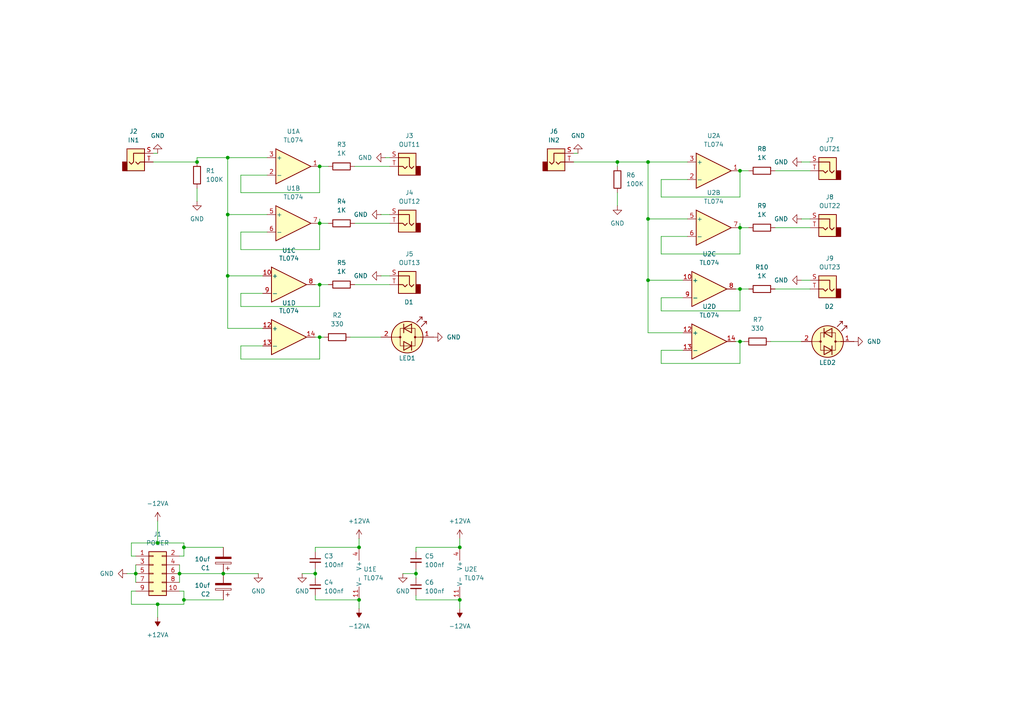
<source format=kicad_sch>
(kicad_sch (version 20231120) (generator "eeschema") (generator_version "8.0")
  (paper "A4")
  (lib_symbols
    (symbol "Amplifier_Operational:TL074" (pin_names (offset 0.127))
      (property "Reference" "U" (at 0 5.08 0))
      (property "Value" "TL074" (at 0 -5.08 0))
      (symbol "TL074_1_1"
        (polyline (pts (xy -5.08 5.08) (xy 5.08 0) (xy -5.08 -5.08) (xy -5.08 5.08)) (stroke (width 0.254)) (fill (type background)))
        (pin output line (at 7.62 0 180) (length 2.54) (name "~") (number "1"))
        (pin input line (at -7.62 -2.54 0) (length 2.54) (name "-") (number "2"))
        (pin input line (at -7.62 2.54 0) (length 2.54) (name "+") (number "3"))
      )
      (symbol "TL074_2_1"
        (polyline (pts (xy -5.08 5.08) (xy 5.08 0) (xy -5.08 -5.08) (xy -5.08 5.08)) (stroke (width 0.254)) (fill (type background)))
        (pin input line (at -7.62 2.54 0) (length 2.54) (name "+") (number "5"))
        (pin input line (at -7.62 -2.54 0) (length 2.54) (name "-") (number "6"))
        (pin output line (at 7.62 0 180) (length 2.54) (name "~") (number "7"))
      )
      (symbol "TL074_3_1"
        (polyline (pts (xy -5.08 5.08) (xy 5.08 0) (xy -5.08 -5.08) (xy -5.08 5.08)) (stroke (width 0.254)) (fill (type background)))
        (pin input line (at -7.62 2.54 0) (length 2.54) (name "+") (number "10"))
        (pin output line (at 7.62 0 180) (length 2.54) (name "~") (number "8"))
        (pin input line (at -7.62 -2.54 0) (length 2.54) (name "-") (number "9"))
      )
      (symbol "TL074_4_1"
        (polyline (pts (xy -5.08 5.08) (xy 5.08 0) (xy -5.08 -5.08) (xy -5.08 5.08)) (stroke (width 0.254)) (fill (type background)))
        (pin input line (at -7.62 2.54 0) (length 2.54) (name "+") (number "12"))
        (pin input line (at -7.62 -2.54 0) (length 2.54) (name "-") (number "13"))
        (pin output line (at 7.62 0 180) (length 2.54) (name "~") (number "14"))
      )
      (symbol "TL074_5_1"
        (pin power_in line (at -2.54 -7.62 90) (length 3.81) (name "V-") (number "11"))
        (pin power_in line (at -2.54 7.62 270) (length 3.81) (name "V+") (number "4"))
      )
    )
    (symbol "Connector_Audio:AudioJack2"
      (property "Reference" "J" (at 0 8.89 0))
      (property "Value" "AudioJack2" (at 0 6.35 0))
      (symbol "AudioJack2_0_1"
        (rectangle (start -3.81 0) (end -2.54 -2.54) (stroke (width 0.254)) (fill (type outline)))
        (rectangle (start -2.54 3.81) (end 2.54 -2.54) (stroke (width 0.254)) (fill (type background)))
        (polyline (pts (xy 0 0) (xy 0.635 -0.635) (xy 1.27 0) (xy 2.54 0)) (stroke (width 0.254)))
        (polyline (pts (xy 2.54 2.54) (xy -0.635 2.54) (xy -0.635 0) (xy -1.27 -0.635) (xy -1.905 0)) (stroke (width 0.254)))
      )
      (symbol "AudioJack2_1_1"
        (pin passive line (at 5.08 2.54 180) (length 2.54) (name "~") (number "S"))
        (pin passive line (at 5.08 0 180) (length 2.54) (name "~") (number "T"))
      )
    )
    (symbol "Connector_Generic:Conn_02x05_Odd_Even" (pin_names (offset 1.016) hide)
      (property "Reference" "J" (at 1.27 7.62 0))
      (property "Value" "Conn_02x05_Odd_Even" (at 1.27 -7.62 0))
      (symbol "Conn_02x05_Odd_Even_1_1"
        (rectangle (start -1.27 -4.953) (end 0 -5.207) (stroke (width 0.1524)))
        (rectangle (start -1.27 -2.413) (end 0 -2.667) (stroke (width 0.1524)))
        (rectangle (start -1.27 0.127) (end 0 -0.127) (stroke (width 0.1524)))
        (rectangle (start -1.27 2.667) (end 0 2.413) (stroke (width 0.1524)))
        (rectangle (start -1.27 5.207) (end 0 4.953) (stroke (width 0.1524)))
        (rectangle (start -1.27 6.35) (end 3.81 -6.35) (stroke (width 0.254)) (fill (type background)))
        (rectangle (start 3.81 -4.953) (end 2.54 -5.207) (stroke (width 0.1524)))
        (rectangle (start 3.81 -2.413) (end 2.54 -2.667) (stroke (width 0.1524)))
        (rectangle (start 3.81 0.127) (end 2.54 -0.127) (stroke (width 0.1524)))
        (rectangle (start 3.81 2.667) (end 2.54 2.413) (stroke (width 0.1524)))
        (rectangle (start 3.81 5.207) (end 2.54 4.953) (stroke (width 0.1524)))
        (pin passive line (at -5.08 5.08 0) (length 3.81) (name "Pin_1") (number "1"))
        (pin passive line (at 7.62 -5.08 180) (length 3.81) (name "Pin_10") (number "10"))
        (pin passive line (at 7.62 5.08 180) (length 3.81) (name "Pin_2") (number "2"))
        (pin passive line (at -5.08 2.54 0) (length 3.81) (name "Pin_3") (number "3"))
        (pin passive line (at 7.62 2.54 180) (length 3.81) (name "Pin_4") (number "4"))
        (pin passive line (at -5.08 0 0) (length 3.81) (name "Pin_5") (number "5"))
        (pin passive line (at 7.62 0 180) (length 3.81) (name "Pin_6") (number "6"))
        (pin passive line (at -5.08 -2.54 0) (length 3.81) (name "Pin_7") (number "7"))
        (pin passive line (at 7.62 -2.54 180) (length 3.81) (name "Pin_8") (number "8"))
        (pin passive line (at -5.08 -5.08 0) (length 3.81) (name "Pin_9") (number "9"))
      )
    )
    (symbol "Device:C_Polarized" (pin_numbers hide) (pin_names (offset 0.254))
      (property "Reference" "C" (at 0.635 2.54 0))
      (property "Value" "C_Polarized" (at 0.635 -2.54 0))
      (symbol "C_Polarized_0_1"
        (rectangle (start -2.286 0.508) (end 2.286 1.016))
        (polyline (pts (xy -1.778 2.286) (xy -0.762 2.286)))
        (polyline (pts (xy -1.27 2.794) (xy -1.27 1.778)))
        (rectangle (start 2.286 -0.508) (end -2.286 -1.016) (fill (type outline)))
      )
      (symbol "C_Polarized_1_1"
        (pin passive line (at 0 3.81 270) (length 2.794) (name "~") (number "1"))
        (pin passive line (at 0 -3.81 90) (length 2.794) (name "~") (number "2"))
      )
    )
    (symbol "Device:C_Small" (pin_numbers hide) (pin_names (offset 0.254) hide)
      (property "Reference" "C" (at 0.254 1.778 0))
      (property "Value" "C_Small" (at 0.254 -2.032 0))
      (symbol "C_Small_0_1"
        (polyline (pts (xy -1.524 -0.508) (xy 1.524 -0.508)) (stroke (width 0.3302)))
        (polyline (pts (xy -1.524 0.508) (xy 1.524 0.508)) (stroke (width 0.3048)))
      )
      (symbol "C_Small_1_1"
        (pin passive line (at 0 2.54 270) (length 2.032) (name "~") (number "1"))
        (pin passive line (at 0 -2.54 90) (length 2.032) (name "~") (number "2"))
      )
    )
    (symbol "Device:LED_Dual_Bidirectional" (pin_names (offset 0) hide)
      (property "Reference" "D" (at 0 5.715 0))
      (property "Value" "LED_Dual_Bidirectional" (at 0 -6.35 0))
      (symbol "LED_Dual_Bidirectional_0_1"
        (circle (center -2.032 0) (radius 0.254) (fill (type outline)))
        (polyline (pts (xy -4.572 0) (xy -2.54 0)))
        (polyline (pts (xy -2.032 0) (xy -2.54 0)))
        (polyline (pts (xy -1.016 3.81) (xy -1.016 1.27)) (stroke (width 0.254)))
        (polyline (pts (xy 1.27 -1.27) (xy 1.27 -3.81)) (stroke (width 0.254)))
        (polyline (pts (xy 4.064 0) (xy 2.286 0)) (fill (type outline)))
        (polyline (pts (xy 4.318 5.842) (xy 4.318 5.08)) (stroke (width 0.2032)))
        (polyline (pts (xy 5.588 4.572) (xy 5.588 3.81)) (stroke (width 0.2032)))
        (polyline (pts (xy 2.794 4.318) (xy 4.318 5.842) (xy 3.556 5.842)) (stroke (width 0.2032)))
        (polyline (pts (xy 4.064 3.048) (xy 5.588 4.572) (xy 4.826 4.572)) (stroke (width 0.2032)))
        (polyline (pts (xy -1.016 -1.27) (xy -1.016 -3.81) (xy 1.27 -2.54) (xy -1.016 -1.27)) (stroke (width 0.254)))
        (polyline (pts (xy 1.27 3.81) (xy 1.27 1.27) (xy -1.016 2.54) (xy 1.27 3.81)) (stroke (width 0.254)))
        (polyline (pts (xy 2.286 2.54) (xy -2.032 2.54) (xy -2.032 -2.54) (xy 2.286 -2.54) (xy 2.286 2.54)))
        (circle (center 0 0) (radius 4.572) (stroke (width 0.254)) (fill (type background)))
        (circle (center 2.286 0) (radius 0.254) (fill (type outline)))
      )
      (symbol "LED_Dual_Bidirectional_1_1"
        (pin input line (at 7.62 0 180) (length 3.81) (name "KA") (number "1"))
        (pin input line (at -7.62 0 0) (length 3.048) (name "AK") (number "2"))
      )
    )
    (symbol "Device:R" (pin_numbers hide) (pin_names (offset 0))
      (property "Reference" "R" (at 2.032 0 90))
      (property "Value" "R" (at 0 0 90))
      (symbol "R_0_1"
        (rectangle (start -1.016 -2.54) (end 1.016 2.54) (stroke (width 0.254)))
      )
      (symbol "R_1_1"
        (pin passive line (at 0 3.81 270) (length 1.27) (name "~") (number "1"))
        (pin passive line (at 0 -3.81 90) (length 1.27) (name "~") (number "2"))
      )
    )
    (symbol "power:+12VA" (power) (pin_numbers hide) (pin_names (offset 0) hide)
      (property "Value" "+12VA" (at 0 3.556 0))
      (symbol "+12VA_0_1"
        (polyline (pts (xy -0.762 1.27) (xy 0 2.54)))
        (polyline (pts (xy 0 0) (xy 0 2.54)))
        (polyline (pts (xy 0 2.54) (xy 0.762 1.27)))
      )
      (symbol "+12VA_1_1"
        (pin power_in line (at 0 0 90) (length 0) (name "~") (number "1"))
      )
    )
    (symbol "power:-12VA" (power) (pin_numbers hide) (pin_names (offset 0) hide)
      (property "Value" "-12VA" (at 0 3.556 0))
      (symbol "-12VA_0_0"
        (pin power_in line (at 0 0 90) (length 0) (name "~") (number "1"))
      )
      (symbol "-12VA_0_1"
        (polyline (pts (xy 0 0) (xy 0 1.27) (xy 0.762 1.27) (xy 0 2.54) (xy -0.762 1.27) (xy 0 1.27)) (fill (type outline)))
      )
    )
    (symbol "power:GND" (power) (pin_numbers hide) (pin_names (offset 0) hide)
      (property "Value" "GND" (at 0 -3.81 0))
      (symbol "GND_0_1"
        (polyline (pts (xy 0 0) (xy 0 -1.27) (xy 1.27 -1.27) (xy 0 -2.54) (xy -1.27 -1.27) (xy 0 -1.27)))
      )
      (symbol "GND_1_1"
        (pin power_in line (at 0 0 270) (length 0) (name "~") (number "1"))
      )
    )
  )
  (junction (at 104.14 158.75))
  (junction (at 64.77 166.37))
  (junction (at 214.63 49.53))
  (junction (at 214.63 83.82))
  (junction (at 92.71 97.79))
  (junction (at 57.15 46.99))
  (junction (at 45.72 175.26))
  (junction (at 91.44 166.37))
  (junction (at 187.96 81.28))
  (junction (at 53.34 173.99))
  (junction (at 133.35 158.75))
  (junction (at 66.04 80.01))
  (junction (at 39.37 166.37))
  (junction (at 133.35 173.99))
  (junction (at 52.07 166.37))
  (junction (at 214.63 99.06))
  (junction (at 187.96 46.99))
  (junction (at 187.96 63.5))
  (junction (at 92.71 64.77))
  (junction (at 66.04 45.72))
  (junction (at 179.07 46.99))
  (junction (at 214.63 66.04))
  (junction (at 120.65 166.37))
  (junction (at 45.72 157.48))
  (junction (at 66.04 62.23))
  (junction (at 53.34 158.75))
  (junction (at 104.14 173.99))
  (junction (at 92.71 48.26))
  (junction (at 92.71 82.55))
  (wire (pts (xy 69.85 55.88) (xy 69.85 50.8)))
  (wire (pts (xy 69.85 72.39) (xy 69.85 67.31)))
  (wire (pts (xy 53.34 173.99) (xy 64.77 173.99)))
  (wire (pts (xy 214.63 66.04) (xy 217.17 66.04)))
  (wire (pts (xy 120.65 165.1) (xy 120.65 166.37)))
  (wire (pts (xy 91.44 82.55) (xy 92.71 82.55)))
  (wire (pts (xy 232.41 46.99) (xy 234.95 46.99)))
  (wire (pts (xy 53.34 157.48) (xy 53.34 158.75)))
  (wire (pts (xy 187.96 96.52) (xy 198.12 96.52)))
  (wire (pts (xy 53.34 158.75) (xy 64.77 158.75)))
  (wire (pts (xy 214.63 90.17) (xy 191.77 90.17)))
  (wire (pts (xy 39.37 166.37) (xy 39.37 168.91)))
  (wire (pts (xy 214.63 49.53) (xy 214.63 57.15)))
  (wire (pts (xy 213.36 99.06) (xy 214.63 99.06)))
  (wire (pts (xy 91.44 165.1) (xy 91.44 166.37)))
  (wire (pts (xy 191.77 57.15) (xy 191.77 52.07)))
  (wire (pts (xy 66.04 95.25) (xy 76.2 95.25)))
  (wire (pts (xy 110.49 62.23) (xy 113.03 62.23)))
  (wire (pts (xy 36.83 166.37) (xy 39.37 166.37)))
  (wire (pts (xy 92.71 72.39) (xy 69.85 72.39)))
  (wire (pts (xy 102.87 48.26) (xy 113.03 48.26)))
  (wire (pts (xy 38.1 157.48) (xy 45.72 157.48)))
  (wire (pts (xy 52.07 163.83) (xy 52.07 166.37)))
  (wire (pts (xy 87.63 166.37) (xy 91.44 166.37)))
  (wire (pts (xy 53.34 173.99) (xy 53.34 171.45)))
  (wire (pts (xy 187.96 81.28) (xy 187.96 96.52)))
  (wire (pts (xy 214.63 57.15) (xy 191.77 57.15)))
  (wire (pts (xy 214.63 99.06) (xy 214.63 105.41)))
  (wire (pts (xy 213.36 83.82) (xy 214.63 83.82)))
  (wire (pts (xy 104.14 158.75) (xy 91.44 158.75)))
  (wire (pts (xy 191.77 105.41) (xy 191.77 101.6)))
  (wire (pts (xy 69.85 104.14) (xy 69.85 100.33)))
  (wire (pts (xy 57.15 45.72) (xy 57.15 46.99)))
  (wire (pts (xy 191.77 101.6) (xy 198.12 101.6)))
  (wire (pts (xy 232.41 81.28) (xy 234.95 81.28)))
  (wire (pts (xy 38.1 171.45) (xy 38.1 175.26)))
  (wire (pts (xy 69.85 85.09) (xy 76.2 85.09)))
  (wire (pts (xy 166.37 46.99) (xy 179.07 46.99)))
  (wire (pts (xy 57.15 45.72) (xy 66.04 45.72)))
  (wire (pts (xy 57.15 54.61) (xy 57.15 58.42)))
  (wire (pts (xy 120.65 166.37) (xy 120.65 167.64)))
  (wire (pts (xy 104.14 173.99) (xy 104.14 176.53)))
  (wire (pts (xy 91.44 172.72) (xy 91.44 173.99)))
  (wire (pts (xy 52.07 166.37) (xy 64.77 166.37)))
  (wire (pts (xy 92.71 64.77) (xy 92.71 72.39)))
  (wire (pts (xy 52.07 166.37) (xy 52.07 168.91)))
  (wire (pts (xy 187.96 81.28) (xy 198.12 81.28)))
  (wire (pts (xy 110.49 80.01) (xy 113.03 80.01)))
  (wire (pts (xy 93.98 97.79) (xy 92.71 97.79)))
  (wire (pts (xy 92.71 82.55) (xy 92.71 88.9)))
  (wire (pts (xy 116.84 166.37) (xy 120.65 166.37)))
  (wire (pts (xy 66.04 45.72) (xy 66.04 62.23)))
  (wire (pts (xy 214.63 73.66) (xy 191.77 73.66)))
  (wire (pts (xy 179.07 46.99) (xy 179.07 48.26)))
  (wire (pts (xy 91.44 97.79) (xy 92.71 97.79)))
  (wire (pts (xy 217.17 83.82) (xy 214.63 83.82)))
  (wire (pts (xy 69.85 67.31) (xy 77.47 67.31)))
  (wire (pts (xy 53.34 161.29) (xy 52.07 161.29)))
  (wire (pts (xy 133.35 173.99) (xy 133.35 176.53)))
  (wire (pts (xy 45.72 175.26) (xy 45.72 179.07)))
  (wire (pts (xy 39.37 171.45) (xy 38.1 171.45)))
  (wire (pts (xy 92.71 64.77) (xy 95.25 64.77)))
  (wire (pts (xy 187.96 46.99) (xy 187.96 63.5)))
  (wire (pts (xy 224.79 83.82) (xy 234.95 83.82)))
  (wire (pts (xy 66.04 62.23) (xy 66.04 80.01)))
  (wire (pts (xy 39.37 163.83) (xy 39.37 166.37)))
  (wire (pts (xy 214.63 83.82) (xy 214.63 90.17)))
  (wire (pts (xy 120.65 158.75) (xy 120.65 160.02)))
  (wire (pts (xy 224.79 49.53) (xy 234.95 49.53)))
  (wire (pts (xy 133.35 156.21) (xy 133.35 158.75)))
  (wire (pts (xy 91.44 166.37) (xy 91.44 167.64)))
  (wire (pts (xy 66.04 62.23) (xy 77.47 62.23)))
  (wire (pts (xy 64.77 166.37) (xy 74.93 166.37)))
  (wire (pts (xy 38.1 175.26) (xy 45.72 175.26)))
  (wire (pts (xy 39.37 161.29) (xy 38.1 161.29)))
  (wire (pts (xy 38.1 161.29) (xy 38.1 157.48)))
  (wire (pts (xy 187.96 63.5) (xy 187.96 81.28)))
  (wire (pts (xy 101.6 97.79) (xy 110.49 97.79)))
  (wire (pts (xy 92.71 97.79) (xy 92.71 104.14)))
  (wire (pts (xy 92.71 88.9) (xy 69.85 88.9)))
  (wire (pts (xy 45.72 157.48) (xy 53.34 157.48)))
  (wire (pts (xy 133.35 158.75) (xy 120.65 158.75)))
  (wire (pts (xy 95.25 82.55) (xy 92.71 82.55)))
  (wire (pts (xy 120.65 172.72) (xy 120.65 173.99)))
  (wire (pts (xy 191.77 90.17) (xy 191.77 86.36)))
  (wire (pts (xy 44.45 44.45) (xy 45.72 44.45)))
  (wire (pts (xy 179.07 46.99) (xy 187.96 46.99)))
  (wire (pts (xy 53.34 171.45) (xy 52.07 171.45)))
  (wire (pts (xy 102.87 64.77) (xy 113.03 64.77)))
  (wire (pts (xy 69.85 50.8) (xy 77.47 50.8)))
  (wire (pts (xy 92.71 48.26) (xy 95.25 48.26)))
  (wire (pts (xy 45.72 151.13) (xy 45.72 157.48)))
  (wire (pts (xy 215.9 99.06) (xy 214.63 99.06)))
  (wire (pts (xy 133.35 173.99) (xy 120.65 173.99)))
  (wire (pts (xy 232.41 63.5) (xy 234.95 63.5)))
  (wire (pts (xy 92.71 48.26) (xy 92.71 55.88)))
  (wire (pts (xy 66.04 80.01) (xy 66.04 95.25)))
  (wire (pts (xy 92.71 63.5) (xy 92.71 64.77)))
  (wire (pts (xy 224.79 66.04) (xy 234.95 66.04)))
  (wire (pts (xy 53.34 158.75) (xy 53.34 161.29)))
  (wire (pts (xy 69.85 88.9) (xy 69.85 85.09)))
  (wire (pts (xy 187.96 46.99) (xy 199.39 46.99)))
  (wire (pts (xy 66.04 45.72) (xy 77.47 45.72)))
  (wire (pts (xy 102.87 82.55) (xy 113.03 82.55)))
  (wire (pts (xy 104.14 173.99) (xy 91.44 173.99)))
  (wire (pts (xy 166.37 44.45) (xy 167.64 44.45)))
  (wire (pts (xy 223.52 99.06) (xy 232.41 99.06)))
  (wire (pts (xy 214.63 49.53) (xy 217.17 49.53)))
  (wire (pts (xy 91.44 158.75) (xy 91.44 160.02)))
  (wire (pts (xy 111.76 45.72) (xy 113.03 45.72)))
  (wire (pts (xy 92.71 104.14) (xy 69.85 104.14)))
  (wire (pts (xy 66.04 80.01) (xy 76.2 80.01)))
  (wire (pts (xy 104.14 156.21) (xy 104.14 158.75)))
  (wire (pts (xy 53.34 175.26) (xy 53.34 173.99)))
  (wire (pts (xy 187.96 63.5) (xy 199.39 63.5)))
  (wire (pts (xy 214.63 66.04) (xy 214.63 73.66)))
  (wire (pts (xy 191.77 86.36) (xy 198.12 86.36)))
  (wire (pts (xy 214.63 105.41) (xy 191.77 105.41)))
  (wire (pts (xy 45.72 175.26) (xy 53.34 175.26)))
  (wire (pts (xy 179.07 55.88) (xy 179.07 59.69)))
  (wire (pts (xy 191.77 52.07) (xy 199.39 52.07)))
  (wire (pts (xy 92.71 55.88) (xy 69.85 55.88)))
  (wire (pts (xy 214.63 64.77) (xy 214.63 66.04)))
  (wire (pts (xy 44.45 46.99) (xy 57.15 46.99)))
  (wire (pts (xy 191.77 73.66) (xy 191.77 68.58)))
  (wire (pts (xy 69.85 100.33) (xy 76.2 100.33)))
  (wire (pts (xy 191.77 68.58) (xy 199.39 68.58)))
  (symbol (lib_id "Connector_Audio:AudioJack2") (at 240.03 83.82 0) (mirror y) (unit 1)
    (property "Reference" "J9" (at 240.665 74.93 0))
    (property "Value" "OUT23" (at 240.665 77.47 0))
    (property "Footprint" "Connector_Audio:Jack_3.5mm_QingPu_WQP-PJ398SM_Vertical_CircularHoles" (effects (hide yes)))
    (property "Description" "Audio Jack, 2 Poles (Mono / TS)" (effects (hide yes)))
  )
  (symbol (lib_id "power:-12VA") (at 104.14 176.53 180) (unit 1)
    (property "Reference" "#PWR09" (effects (hide yes)))
    (property "Value" "-12VA" (at 104.14 181.61 0))
    (property "Description" "Power symbol creates a global label with name \"-12VA\"" (effects (hide yes)))
  )
  (symbol (lib_id "Connector_Audio:AudioJack2") (at 118.11 64.77 0) (mirror y) (unit 1)
    (property "Reference" "J4" (at 118.745 55.88 0))
    (property "Value" "OUT12" (at 118.745 58.42 0))
    (property "Footprint" "Connector_Audio:Jack_3.5mm_QingPu_WQP-PJ398SM_Vertical_CircularHoles" (effects (hide yes)))
    (property "Description" "Audio Jack, 2 Poles (Mono / TS)" (effects (hide yes)))
  )
  (symbol (lib_id "Device:LED_Dual_Bidirectional") (at 118.11 97.79 0) (unit 1)
    (property "Reference" "D1" (at 118.6053 87.63 0))
    (property "Value" "LED1" (at 118.11 103.886 0))
    (property "Footprint" "LED_THT:LED_D3.0mm_Clear" (effects (hide yes)))
    (property "Description" "Dual LED, bidirectional" (effects (hide yes)))
  )
  (symbol (lib_id "Amplifier_Operational:TL074") (at 207.01 66.04 0) (unit 2)
    (property "Reference" "U2" (at 207.01 55.88 0))
    (property "Value" "TL074" (at 207.01 58.42 0))
    (property "Footprint" "Package_DIP:DIP-14_W7.62mm" (effects (hide yes)))
    (property "Datasheet" "http://www.ti.com/lit/ds/symlink/tl071.pdf" (effects (hide yes)))
    (property "Description" "Quad Low-Noise JFET-Input Operational Amplifiers, DIP-14/SOIC-14" (effects (hide yes)))
  )
  (symbol (lib_id "Amplifier_Operational:TL074") (at 85.09 64.77 0) (unit 2)
    (property "Reference" "U1" (at 85.09 54.61 0))
    (property "Value" "TL074" (at 85.09 57.15 0))
    (property "Footprint" "Package_DIP:DIP-14_W7.62mm" (effects (hide yes)))
    (property "Datasheet" "http://www.ti.com/lit/ds/symlink/tl071.pdf" (effects (hide yes)))
    (property "Description" "Quad Low-Noise JFET-Input Operational Amplifiers, DIP-14/SOIC-14" (effects (hide yes)))
  )
  (symbol (lib_id "power:GND") (at 110.49 80.01 270) (unit 1)
    (property "Reference" "#PWR013" (effects (hide yes)))
    (property "Value" "GND" (at 106.68 80.0099 90) (effects (justify right)))
    (property "Description" "Power symbol creates a global label with name \"GND\" , ground" (effects (hide yes)))
  )
  (symbol (lib_id "Device:C_Polarized") (at 64.77 162.56 180) (unit 1)
    (property "Reference" "C1" (at 60.96 164.7191 0) (effects (justify left)))
    (property "Value" "10uf" (at 60.96 162.1791 0) (effects (justify left)))
    (property "Footprint" "Capacitor_THT:CP_Radial_Tantal_D5.0mm_P2.50mm" (effects (hide yes)))
    (property "Description" "Polarized capacitor" (effects (hide yes)))
  )
  (symbol (lib_id "Device:C_Small") (at 91.44 162.56 0) (unit 1)
    (property "Reference" "C3" (at 93.98 161.2962 0) (effects (justify left)))
    (property "Value" "100nf" (at 93.98 163.8362 0) (effects (justify left)))
    (property "Footprint" "Capacitor_THT:C_Disc_D5.0mm_W2.5mm_P5.00mm" (effects (hide yes)))
    (property "Description" "Unpolarized capacitor, small symbol" (effects (hide yes)))
  )
  (symbol (lib_id "power:+12VA") (at 45.72 151.13 0) (unit 1)
    (property "Reference" "#PWR02" (effects (hide yes)))
    (property "Value" "-12VA" (at 45.72 146.05 0))
    (property "Description" "Power symbol creates a global label with name \"+12VA\"" (effects (hide yes)))
  )
  (symbol (lib_id "Connector_Audio:AudioJack2") (at 240.03 49.53 0) (mirror y) (unit 1)
    (property "Reference" "J7" (at 240.665 40.64 0))
    (property "Value" "OUT21" (at 240.665 43.18 0))
    (property "Footprint" "Connector_Audio:Jack_3.5mm_QingPu_WQP-PJ398SM_Vertical_CircularHoles" (effects (hide yes)))
    (property "Description" "Audio Jack, 2 Poles (Mono / TS)" (effects (hide yes)))
  )
  (symbol (lib_id "Device:C_Polarized") (at 64.77 170.18 180) (unit 1)
    (property "Reference" "C2" (at 60.96 172.3391 0) (effects (justify left)))
    (property "Value" "10uf" (at 60.96 169.7991 0) (effects (justify left)))
    (property "Footprint" "Capacitor_THT:CP_Radial_Tantal_D5.0mm_P2.50mm" (effects (hide yes)))
    (property "Description" "Polarized capacitor" (effects (hide yes)))
  )
  (symbol (lib_id "Amplifier_Operational:TL074") (at 205.74 83.82 0) (unit 3)
    (property "Reference" "U2" (at 205.74 73.66 0))
    (property "Value" "TL074" (at 205.74 76.2 0))
    (property "Footprint" "Package_DIP:DIP-14_W7.62mm" (effects (hide yes)))
    (property "Datasheet" "http://www.ti.com/lit/ds/symlink/tl071.pdf" (effects (hide yes)))
    (property "Description" "Quad Low-Noise JFET-Input Operational Amplifiers, DIP-14/SOIC-14" (effects (hide yes)))
  )
  (symbol (lib_id "power:GND") (at 232.41 63.5 270) (unit 1)
    (property "Reference" "#PWR020" (effects (hide yes)))
    (property "Value" "GND" (at 228.6 63.4999 90) (effects (justify right)))
    (property "Description" "Power symbol creates a global label with name \"GND\" , ground" (effects (hide yes)))
  )
  (symbol (lib_id "Connector_Audio:AudioJack2") (at 118.11 82.55 0) (mirror y) (unit 1)
    (property "Reference" "J5" (at 118.745 73.66 0))
    (property "Value" "OUT13" (at 118.745 76.2 0))
    (property "Footprint" "Connector_Audio:Jack_3.5mm_QingPu_WQP-PJ398SM_Vertical_CircularHoles" (effects (hide yes)))
    (property "Description" "Audio Jack, 2 Poles (Mono / TS)" (effects (hide yes)))
  )
  (symbol (lib_id "power:GND") (at 111.76 45.72 270) (unit 1)
    (property "Reference" "#PWR011" (effects (hide yes)))
    (property "Value" "GND" (at 107.95 45.7199 90) (effects (justify right)))
    (property "Description" "Power symbol creates a global label with name \"GND\" , ground" (effects (hide yes)))
  )
  (symbol (lib_id "Device:R") (at 220.98 83.82 90) (unit 1)
    (property "Reference" "R10" (at 220.98 77.47 90))
    (property "Value" "1K" (at 220.98 80.01 90))
    (property "Footprint" "Resistor_THT:R_Axial_DIN0207_L6.3mm_D2.5mm_P10.16mm_Horizontal" (effects (hide yes)))
    (property "Description" "Resistor" (effects (hide yes)))
  )
  (symbol (lib_id "Device:R") (at 220.98 49.53 90) (unit 1)
    (property "Reference" "R8" (at 220.98 43.18 90))
    (property "Value" "1K" (at 220.98 45.72 90))
    (property "Footprint" "Resistor_THT:R_Axial_DIN0207_L6.3mm_D2.5mm_P10.16mm_Horizontal" (effects (hide yes)))
    (property "Description" "Resistor" (effects (hide yes)))
  )
  (symbol (lib_id "power:-12VA") (at 45.72 179.07 180) (unit 1)
    (property "Reference" "#PWR03" (effects (hide yes)))
    (property "Value" "+12VA" (at 45.72 184.15 0))
    (property "Description" "Power symbol creates a global label with name \"-12VA\"" (effects (hide yes)))
  )
  (symbol (lib_id "Amplifier_Operational:TL074") (at 106.68 166.37 0) (unit 5)
    (property "Reference" "U1" (at 105.41 165.0999 0) (effects (justify left)))
    (property "Value" "TL074" (at 105.41 167.6399 0) (effects (justify left)))
    (property "Footprint" "Package_DIP:DIP-14_W7.62mm" (effects (hide yes)))
    (property "Datasheet" "http://www.ti.com/lit/ds/symlink/tl071.pdf" (effects (hide yes)))
    (property "Description" "Quad Low-Noise JFET-Input Operational Amplifiers, DIP-14/SOIC-14" (effects (hide yes)))
  )
  (symbol (lib_id "power:GND") (at 110.49 62.23 270) (unit 1)
    (property "Reference" "#PWR012" (effects (hide yes)))
    (property "Value" "GND" (at 106.68 62.2299 90) (effects (justify right)))
    (property "Description" "Power symbol creates a global label with name \"GND\" , ground" (effects (hide yes)))
  )
  (symbol (lib_id "power:GND") (at 247.65 99.06 90) (unit 1)
    (property "Reference" "#PWR022" (effects (hide yes)))
    (property "Value" "GND" (at 251.46 99.0599 90) (effects (justify right)))
    (property "Description" "Power symbol creates a global label with name \"GND\" , ground" (effects (hide yes)))
  )
  (symbol (lib_id "power:+12VA") (at 104.14 156.21 0) (unit 1)
    (property "Reference" "#PWR08" (effects (hide yes)))
    (property "Value" "+12VA" (at 104.14 151.13 0))
    (property "Description" "Power symbol creates a global label with name \"+12VA\"" (effects (hide yes)))
  )
  (symbol (lib_id "Device:LED_Dual_Bidirectional") (at 240.03 99.06 0) (unit 1)
    (property "Reference" "D2" (at 240.5253 88.9 0))
    (property "Value" "LED2" (at 240.03 105.156 0))
    (property "Footprint" "LED_THT:LED_D3.0mm_Clear" (effects (hide yes)))
    (property "Description" "Dual LED, bidirectional" (effects (hide yes)))
  )
  (symbol (lib_id "power:GND") (at 232.41 81.28 270) (unit 1)
    (property "Reference" "#PWR021" (effects (hide yes)))
    (property "Value" "GND" (at 228.6 81.2799 90) (effects (justify right)))
    (property "Description" "Power symbol creates a global label with name \"GND\" , ground" (effects (hide yes)))
  )
  (symbol (lib_id "Amplifier_Operational:TL074") (at 205.74 99.06 0) (unit 4)
    (property "Reference" "U2" (at 205.74 88.9 0))
    (property "Value" "TL074" (at 205.74 91.44 0))
    (property "Footprint" "Package_DIP:DIP-14_W7.62mm" (effects (hide yes)))
    (property "Datasheet" "http://www.ti.com/lit/ds/symlink/tl071.pdf" (effects (hide yes)))
    (property "Description" "Quad Low-Noise JFET-Input Operational Amplifiers, DIP-14/SOIC-14" (effects (hide yes)))
  )
  (symbol (lib_id "power:GND") (at 125.73 97.79 90) (unit 1)
    (property "Reference" "#PWR016" (effects (hide yes)))
    (property "Value" "GND" (at 129.54 97.7899 90) (effects (justify right)))
    (property "Description" "Power symbol creates a global label with name \"GND\" , ground" (effects (hide yes)))
  )
  (symbol (lib_id "power:-12VA") (at 133.35 176.53 180) (unit 1)
    (property "Reference" "#PWR015" (effects (hide yes)))
    (property "Value" "-12VA" (at 133.35 181.61 0))
    (property "Description" "Power symbol creates a global label with name \"-12VA\"" (effects (hide yes)))
  )
  (symbol (lib_id "Connector_Audio:AudioJack2") (at 118.11 48.26 0) (mirror y) (unit 1)
    (property "Reference" "J3" (at 118.745 39.37 0))
    (property "Value" "OUT11" (at 118.745 41.91 0))
    (property "Footprint" "Connector_Audio:Jack_3.5mm_QingPu_WQP-PJ398SM_Vertical_CircularHoles" (effects (hide yes)))
    (property "Description" "Audio Jack, 2 Poles (Mono / TS)" (effects (hide yes)))
  )
  (symbol (lib_id "Device:R") (at 220.98 66.04 90) (unit 1)
    (property "Reference" "R9" (at 220.98 59.69 90))
    (property "Value" "1K" (at 220.98 62.23 90))
    (property "Footprint" "Resistor_THT:R_Axial_DIN0207_L6.3mm_D2.5mm_P10.16mm_Horizontal" (effects (hide yes)))
    (property "Description" "Resistor" (effects (hide yes)))
  )
  (symbol (lib_id "Device:R") (at 219.71 99.06 90) (unit 1)
    (property "Reference" "R7" (at 219.71 92.71 90))
    (property "Value" "330" (at 219.71 95.25 90))
    (property "Footprint" "Resistor_THT:R_Axial_DIN0207_L6.3mm_D2.5mm_P10.16mm_Horizontal" (effects (hide yes)))
    (property "Description" "Resistor" (effects (hide yes)))
  )
  (symbol (lib_id "power:GND") (at 232.41 46.99 270) (unit 1)
    (property "Reference" "#PWR019" (effects (hide yes)))
    (property "Value" "GND" (at 228.6 46.9899 90) (effects (justify right)))
    (property "Description" "Power symbol creates a global label with name \"GND\" , ground" (effects (hide yes)))
  )
  (symbol (lib_id "Connector_Generic:Conn_02x05_Odd_Even") (at 44.45 166.37 0) (unit 1)
    (property "Reference" "J1" (at 45.72 154.94 0))
    (property "Value" "POWER" (at 45.72 157.48 0))
    (property "Footprint" "Connector_IDC:IDC-Header_2x05_P2.54mm_Vertical" (effects (hide yes)))
    (property "Description" "Generic connector, double row, 02x05, odd/even pin numbering scheme (row 1 odd numbers, row 2 even numbers), script generated (kicad-library-utils/schlib/autogen/connector/)" (effects (hide yes)))
  )
  (symbol (lib_id "Device:R") (at 97.79 97.79 90) (unit 1)
    (property "Reference" "R2" (at 97.79 91.44 90))
    (property "Value" "330" (at 97.79 93.98 90))
    (property "Footprint" "Resistor_THT:R_Axial_DIN0207_L6.3mm_D2.5mm_P10.16mm_Horizontal" (effects (hide yes)))
    (property "Description" "Resistor" (effects (hide yes)))
  )
  (symbol (lib_id "Amplifier_Operational:TL074") (at 83.82 97.79 0) (unit 4)
    (property "Reference" "U1" (at 83.82 87.884 0))
    (property "Value" "TL074" (at 83.82 90.17 0))
    (property "Footprint" "Package_DIP:DIP-14_W7.62mm" (effects (hide yes)))
    (property "Datasheet" "http://www.ti.com/lit/ds/symlink/tl071.pdf" (effects (hide yes)))
    (property "Description" "Quad Low-Noise JFET-Input Operational Amplifiers, DIP-14/SOIC-14" (effects (hide yes)))
  )
  (symbol (lib_id "Amplifier_Operational:TL074") (at 85.09 48.26 0) (unit 1)
    (property "Reference" "U1" (at 85.09 38.1 0))
    (property "Value" "TL074" (at 85.09 40.64 0))
    (property "Footprint" "Package_DIP:DIP-14_W7.62mm" (effects (hide yes)))
    (property "Datasheet" "http://www.ti.com/lit/ds/symlink/tl071.pdf" (effects (hide yes)))
    (property "Description" "Quad Low-Noise JFET-Input Operational Amplifiers, DIP-14/SOIC-14" (effects (hide yes)))
  )
  (symbol (lib_id "power:GND") (at 45.72 44.45 180) (unit 1)
    (property "Reference" "#PWR04" (effects (hide yes)))
    (property "Value" "GND" (at 45.72 39.37 0))
    (property "Description" "Power symbol creates a global label with name \"GND\" , ground" (effects (hide yes)))
  )
  (symbol (lib_id "Amplifier_Operational:TL074") (at 207.01 49.53 0) (unit 1)
    (property "Reference" "U2" (at 207.01 39.37 0))
    (property "Value" "TL074" (at 207.01 41.91 0))
    (property "Footprint" "Package_DIP:DIP-14_W7.62mm" (effects (hide yes)))
    (property "Datasheet" "http://www.ti.com/lit/ds/symlink/tl071.pdf" (effects (hide yes)))
    (property "Description" "Quad Low-Noise JFET-Input Operational Amplifiers, DIP-14/SOIC-14" (effects (hide yes)))
  )
  (symbol (lib_id "Device:R") (at 57.15 50.8 0) (unit 1)
    (property "Reference" "R1" (at 59.69 49.5299 0) (effects (justify left)))
    (property "Value" "100K" (at 59.69 52.0699 0) (effects (justify left)))
    (property "Footprint" "Resistor_THT:R_Axial_DIN0207_L6.3mm_D2.5mm_P10.16mm_Horizontal" (effects (hide yes)))
    (property "Description" "Resistor" (effects (hide yes)))
  )
  (symbol (lib_id "power:GND") (at 116.84 166.37 0) (unit 1)
    (property "Reference" "#PWR010" (effects (hide yes)))
    (property "Value" "GND" (at 116.84 171.45 0))
    (property "Description" "Power symbol creates a global label with name \"GND\" , ground" (effects (hide yes)))
  )
  (symbol (lib_id "power:+12VA") (at 133.35 156.21 0) (unit 1)
    (property "Reference" "#PWR014" (effects (hide yes)))
    (property "Value" "+12VA" (at 133.35 151.13 0))
    (property "Description" "Power symbol creates a global label with name \"+12VA\"" (effects (hide yes)))
  )
  (symbol (lib_id "power:GND") (at 87.63 166.37 0) (unit 1)
    (property "Reference" "#PWR07" (effects (hide yes)))
    (property "Value" "GND" (at 87.63 171.45 0))
    (property "Description" "Power symbol creates a global label with name \"GND\" , ground" (effects (hide yes)))
  )
  (symbol (lib_id "Device:C_Small") (at 120.65 170.18 0) (unit 1)
    (property "Reference" "C6" (at 123.19 168.9162 0) (effects (justify left)))
    (property "Value" "100nf" (at 123.19 171.4562 0) (effects (justify left)))
    (property "Footprint" "Capacitor_THT:C_Disc_D5.0mm_W2.5mm_P5.00mm" (effects (hide yes)))
    (property "Description" "Unpolarized capacitor, small symbol" (effects (hide yes)))
  )
  (symbol (lib_id "Device:R") (at 99.06 82.55 90) (unit 1)
    (property "Reference" "R5" (at 99.06 76.2 90))
    (property "Value" "1K" (at 99.06 78.74 90))
    (property "Footprint" "Resistor_THT:R_Axial_DIN0207_L6.3mm_D2.5mm_P10.16mm_Horizontal" (effects (hide yes)))
    (property "Description" "Resistor" (effects (hide yes)))
  )
  (symbol (lib_id "power:GND") (at 167.64 44.45 180) (unit 1)
    (property "Reference" "#PWR017" (effects (hide yes)))
    (property "Value" "GND" (at 167.64 39.37 0))
    (property "Description" "Power symbol creates a global label with name \"GND\" , ground" (effects (hide yes)))
  )
  (symbol (lib_id "Connector_Audio:AudioJack2") (at 39.37 46.99 0) (unit 1)
    (property "Reference" "J2" (at 38.735 38.1 0))
    (property "Value" "IN1" (at 38.735 40.64 0))
    (property "Footprint" "Connector_Audio:Jack_3.5mm_QingPu_WQP-PJ398SM_Vertical_CircularHoles" (effects (hide yes)))
    (property "Description" "Audio Jack, 2 Poles (Mono / TS)" (effects (hide yes)))
  )
  (symbol (lib_id "Device:C_Small") (at 120.65 162.56 0) (unit 1)
    (property "Reference" "C5" (at 123.19 161.2962 0) (effects (justify left)))
    (property "Value" "100nf" (at 123.19 163.8362 0) (effects (justify left)))
    (property "Footprint" "Capacitor_THT:C_Disc_D5.0mm_W2.5mm_P5.00mm" (effects (hide yes)))
    (property "Description" "Unpolarized capacitor, small symbol" (effects (hide yes)))
  )
  (symbol (lib_id "Device:R") (at 99.06 48.26 90) (unit 1)
    (property "Reference" "R3" (at 99.06 41.91 90))
    (property "Value" "1K" (at 99.06 44.45 90))
    (property "Footprint" "Resistor_THT:R_Axial_DIN0207_L6.3mm_D2.5mm_P10.16mm_Horizontal" (effects (hide yes)))
    (property "Description" "Resistor" (effects (hide yes)))
  )
  (symbol (lib_id "power:GND") (at 57.15 58.42 0) (unit 1)
    (property "Reference" "#PWR05" (effects (hide yes)))
    (property "Value" "GND" (at 57.15 63.5 0))
    (property "Description" "Power symbol creates a global label with name \"GND\" , ground" (effects (hide yes)))
  )
  (symbol (lib_id "Amplifier_Operational:TL074") (at 83.82 82.55 0) (unit 3)
    (property "Reference" "U1" (at 83.82 72.644 0))
    (property "Value" "TL074" (at 83.82 74.93 0))
    (property "Footprint" "Package_DIP:DIP-14_W7.62mm" (effects (hide yes)))
    (property "Datasheet" "http://www.ti.com/lit/ds/symlink/tl071.pdf" (effects (hide yes)))
    (property "Description" "Quad Low-Noise JFET-Input Operational Amplifiers, DIP-14/SOIC-14" (effects (hide yes)))
  )
  (symbol (lib_id "power:GND") (at 179.07 59.69 0) (unit 1)
    (property "Reference" "#PWR018" (effects (hide yes)))
    (property "Value" "GND" (at 179.07 64.77 0))
    (property "Description" "Power symbol creates a global label with name \"GND\" , ground" (effects (hide yes)))
  )
  (symbol (lib_id "power:GND") (at 36.83 166.37 270) (unit 1)
    (property "Reference" "#PWR01" (effects (hide yes)))
    (property "Value" "GND" (at 33.02 166.3699 90) (effects (justify right)))
    (property "Description" "Power symbol creates a global label with name \"GND\" , ground" (effects (hide yes)))
  )
  (symbol (lib_id "Device:R") (at 179.07 52.07 0) (unit 1)
    (property "Reference" "R6" (at 181.61 50.7999 0) (effects (justify left)))
    (property "Value" "100K" (at 181.61 53.3399 0) (effects (justify left)))
    (property "Footprint" "Resistor_THT:R_Axial_DIN0207_L6.3mm_D2.5mm_P10.16mm_Horizontal" (effects (hide yes)))
    (property "Description" "Resistor" (effects (hide yes)))
  )
  (symbol (lib_id "Connector_Audio:AudioJack2") (at 161.29 46.99 0) (unit 1)
    (property "Reference" "J6" (at 160.655 38.1 0))
    (property "Value" "IN2" (at 160.655 40.64 0))
    (property "Footprint" "Connector_Audio:Jack_3.5mm_QingPu_WQP-PJ398SM_Vertical_CircularHoles" (effects (hide yes)))
    (property "Description" "Audio Jack, 2 Poles (Mono / TS)" (effects (hide yes)))
  )
  (symbol (lib_id "Connector_Audio:AudioJack2") (at 240.03 66.04 0) (mirror y) (unit 1)
    (property "Reference" "J8" (at 240.665 57.15 0))
    (property "Value" "OUT22" (at 240.665 59.69 0))
    (property "Footprint" "Connector_Audio:Jack_3.5mm_QingPu_WQP-PJ398SM_Vertical_CircularHoles" (effects (hide yes)))
    (property "Description" "Audio Jack, 2 Poles (Mono / TS)" (effects (hide yes)))
  )
  (symbol (lib_id "power:GND") (at 74.93 166.37 0) (unit 1)
    (property "Reference" "#PWR06" (effects (hide yes)))
    (property "Value" "GND" (at 74.93 171.45 0))
    (property "Description" "Power symbol creates a global label with name \"GND\" , ground" (effects (hide yes)))
  )
  (symbol (lib_id "Device:R") (at 99.06 64.77 90) (unit 1)
    (property "Reference" "R4" (at 99.06 58.42 90))
    (property "Value" "1K" (at 99.06 60.96 90))
    (property "Footprint" "Resistor_THT:R_Axial_DIN0207_L6.3mm_D2.5mm_P10.16mm_Horizontal" (effects (hide yes)))
    (property "Description" "Resistor" (effects (hide yes)))
  )
  (symbol (lib_id "Device:C_Small") (at 91.44 170.18 0) (unit 1)
    (property "Reference" "C4" (at 93.98 168.9162 0) (effects (justify left)))
    (property "Value" "100nf" (at 93.98 171.4562 0) (effects (justify left)))
    (property "Footprint" "Capacitor_THT:C_Disc_D5.0mm_W2.5mm_P5.00mm" (effects (hide yes)))
    (property "Description" "Unpolarized capacitor, small symbol" (effects (hide yes)))
  )
  (symbol (lib_id "Amplifier_Operational:TL074") (at 135.89 166.37 0) (unit 5)
    (property "Reference" "U2" (at 134.62 165.0999 0) (effects (justify left)))
    (property "Value" "TL074" (at 134.62 167.6399 0) (effects (justify left)))
    (property "Footprint" "Package_DIP:DIP-14_W7.62mm" (effects (hide yes)))
    (property "Datasheet" "http://www.ti.com/lit/ds/symlink/tl071.pdf" (effects (hide yes)))
    (property "Description" "Quad Low-Noise JFET-Input Operational Amplifiers, DIP-14/SOIC-14" (effects (hide yes)))
  )
)
</source>
